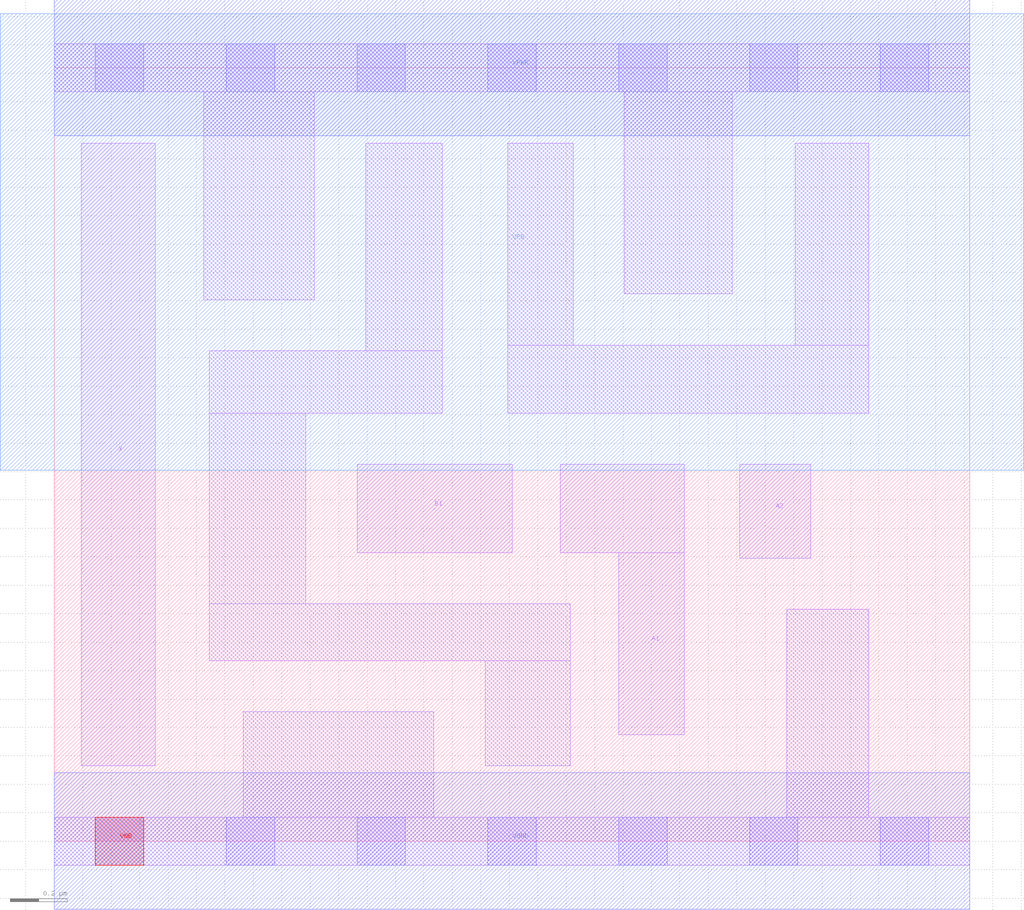
<source format=lef>
# Copyright 2020 The SkyWater PDK Authors
#
# Licensed under the Apache License, Version 2.0 (the "License");
# you may not use this file except in compliance with the License.
# You may obtain a copy of the License at
#
#     https://www.apache.org/licenses/LICENSE-2.0
#
# Unless required by applicable law or agreed to in writing, software
# distributed under the License is distributed on an "AS IS" BASIS,
# WITHOUT WARRANTIES OR CONDITIONS OF ANY KIND, either express or implied.
# See the License for the specific language governing permissions and
# limitations under the License.
#
# SPDX-License-Identifier: Apache-2.0

VERSION 5.7 ;
  NOWIREEXTENSIONATPIN ON ;
  DIVIDERCHAR "/" ;
  BUSBITCHARS "[]" ;
PROPERTYDEFINITIONS
  MACRO maskLayoutSubType STRING ;
  MACRO prCellType STRING ;
  MACRO originalViewName STRING ;
END PROPERTYDEFINITIONS
MACRO sky130_fd_sc_hdll__a21o_1
  CLASS CORE ;
  FOREIGN sky130_fd_sc_hdll__a21o_1 ;
  ORIGIN  0.000000  0.000000 ;
  SIZE  3.220000 BY  2.720000 ;
  SYMMETRY X Y R90 ;
  SITE unithd ;
  PIN A1
    ANTENNAGATEAREA  0.277500 ;
    DIRECTION INPUT ;
    USE SIGNAL ;
    PORT
      LAYER li1 ;
        RECT 1.780000 1.015000 2.215000 1.325000 ;
        RECT 1.985000 0.375000 2.215000 1.015000 ;
    END
  END A1
  PIN A2
    ANTENNAGATEAREA  0.277500 ;
    DIRECTION INPUT ;
    USE SIGNAL ;
    PORT
      LAYER li1 ;
        RECT 2.410000 0.995000 2.660000 1.325000 ;
    END
  END A2
  PIN B1
    ANTENNAGATEAREA  0.277500 ;
    DIRECTION INPUT ;
    USE SIGNAL ;
    PORT
      LAYER li1 ;
        RECT 1.065000 1.015000 1.610000 1.325000 ;
    END
  END B1
  PIN X
    ANTENNADIFFAREA  0.439000 ;
    DIRECTION OUTPUT ;
    USE SIGNAL ;
    PORT
      LAYER li1 ;
        RECT 0.095000 0.265000 0.355000 2.455000 ;
    END
  END X
  PIN VGND
    DIRECTION INOUT ;
    USE GROUND ;
    PORT
      LAYER met1 ;
        RECT 0.000000 -0.240000 3.220000 0.240000 ;
    END
  END VGND
  PIN VNB
    DIRECTION INOUT ;
    USE GROUND ;
    PORT
      LAYER pwell ;
        RECT 0.145000 -0.085000 0.315000 0.085000 ;
    END
  END VNB
  PIN VPB
    DIRECTION INOUT ;
    USE POWER ;
    PORT
      LAYER nwell ;
        RECT -0.190000 1.305000 3.410000 2.910000 ;
    END
  END VPB
  PIN VPWR
    DIRECTION INOUT ;
    USE POWER ;
    PORT
      LAYER met1 ;
        RECT 0.000000 2.480000 3.220000 2.960000 ;
    END
  END VPWR
  OBS
    LAYER li1 ;
      RECT 0.000000 -0.085000 3.220000 0.085000 ;
      RECT 0.000000  2.635000 3.220000 2.805000 ;
      RECT 0.525000  1.905000 0.915000 2.635000 ;
      RECT 0.545000  0.635000 1.815000 0.835000 ;
      RECT 0.545000  0.835000 0.885000 1.505000 ;
      RECT 0.545000  1.505000 1.365000 1.725000 ;
      RECT 0.665000  0.085000 1.335000 0.455000 ;
      RECT 1.095000  1.725000 1.365000 2.455000 ;
      RECT 1.515000  0.265000 1.815000 0.635000 ;
      RECT 1.595000  1.505000 2.865000 1.745000 ;
      RECT 1.595000  1.745000 1.825000 2.455000 ;
      RECT 2.005000  1.925000 2.385000 2.635000 ;
      RECT 2.575000  0.085000 2.865000 0.815000 ;
      RECT 2.605000  1.745000 2.865000 2.455000 ;
    LAYER mcon ;
      RECT 0.145000 -0.085000 0.315000 0.085000 ;
      RECT 0.145000  2.635000 0.315000 2.805000 ;
      RECT 0.605000 -0.085000 0.775000 0.085000 ;
      RECT 0.605000  2.635000 0.775000 2.805000 ;
      RECT 1.065000 -0.085000 1.235000 0.085000 ;
      RECT 1.065000  2.635000 1.235000 2.805000 ;
      RECT 1.525000 -0.085000 1.695000 0.085000 ;
      RECT 1.525000  2.635000 1.695000 2.805000 ;
      RECT 1.985000 -0.085000 2.155000 0.085000 ;
      RECT 1.985000  2.635000 2.155000 2.805000 ;
      RECT 2.445000 -0.085000 2.615000 0.085000 ;
      RECT 2.445000  2.635000 2.615000 2.805000 ;
      RECT 2.905000 -0.085000 3.075000 0.085000 ;
      RECT 2.905000  2.635000 3.075000 2.805000 ;
  END
  PROPERTY maskLayoutSubType "abstract" ;
  PROPERTY prCellType "standard" ;
  PROPERTY originalViewName "layout" ;
END sky130_fd_sc_hdll__a21o_1
END LIBRARY

</source>
